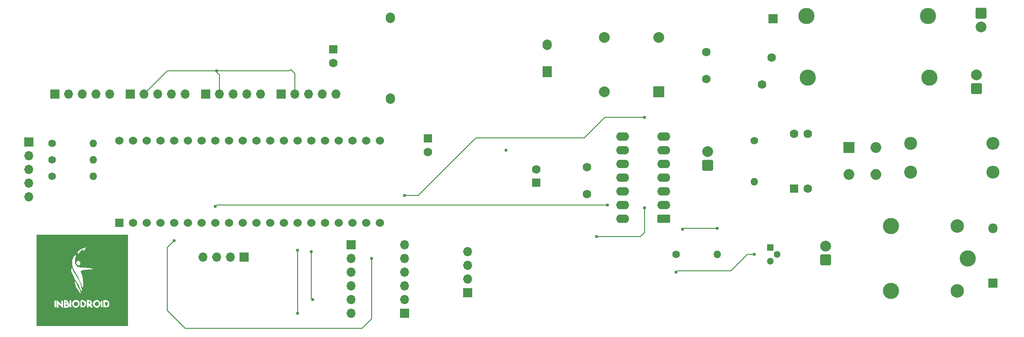
<source format=gbr>
%TF.GenerationSoftware,KiCad,Pcbnew,9.0.0*%
%TF.CreationDate,2025-05-27T07:25:13-06:00*%
%TF.ProjectId,horno_reflujo,686f726e-6f5f-4726-9566-6c756a6f2e6b,rev?*%
%TF.SameCoordinates,Original*%
%TF.FileFunction,Copper,L2,Bot*%
%TF.FilePolarity,Positive*%
%FSLAX46Y46*%
G04 Gerber Fmt 4.6, Leading zero omitted, Abs format (unit mm)*
G04 Created by KiCad (PCBNEW 9.0.0) date 2025-05-27 07:25:13*
%MOMM*%
%LPD*%
G01*
G04 APERTURE LIST*
G04 Aperture macros list*
%AMRoundRect*
0 Rectangle with rounded corners*
0 $1 Rounding radius*
0 $2 $3 $4 $5 $6 $7 $8 $9 X,Y pos of 4 corners*
0 Add a 4 corners polygon primitive as box body*
4,1,4,$2,$3,$4,$5,$6,$7,$8,$9,$2,$3,0*
0 Add four circle primitives for the rounded corners*
1,1,$1+$1,$2,$3*
1,1,$1+$1,$4,$5*
1,1,$1+$1,$6,$7*
1,1,$1+$1,$8,$9*
0 Add four rect primitives between the rounded corners*
20,1,$1+$1,$2,$3,$4,$5,0*
20,1,$1+$1,$4,$5,$6,$7,0*
20,1,$1+$1,$6,$7,$8,$9,0*
20,1,$1+$1,$8,$9,$2,$3,0*%
G04 Aperture macros list end*
%TA.AperFunction,EtchedComponent*%
%ADD10C,0.000000*%
%TD*%
%TA.AperFunction,ComponentPad*%
%ADD11C,3.000000*%
%TD*%
%TA.AperFunction,ComponentPad*%
%ADD12R,1.700000X1.700000*%
%TD*%
%TA.AperFunction,ComponentPad*%
%ADD13O,1.700000X1.700000*%
%TD*%
%TA.AperFunction,ComponentPad*%
%ADD14RoundRect,0.250000X-0.750000X0.750000X-0.750000X-0.750000X0.750000X-0.750000X0.750000X0.750000X0*%
%TD*%
%TA.AperFunction,ComponentPad*%
%ADD15C,2.000000*%
%TD*%
%TA.AperFunction,ComponentPad*%
%ADD16C,2.500000*%
%TD*%
%TA.AperFunction,ComponentPad*%
%ADD17C,1.600000*%
%TD*%
%TA.AperFunction,ComponentPad*%
%ADD18R,1.300000X1.300000*%
%TD*%
%TA.AperFunction,ComponentPad*%
%ADD19C,1.300000*%
%TD*%
%TA.AperFunction,ComponentPad*%
%ADD20R,1.800000X1.800000*%
%TD*%
%TA.AperFunction,ComponentPad*%
%ADD21O,1.800000X1.800000*%
%TD*%
%TA.AperFunction,ComponentPad*%
%ADD22RoundRect,0.250000X0.750000X-0.750000X0.750000X0.750000X-0.750000X0.750000X-0.750000X-0.750000X0*%
%TD*%
%TA.AperFunction,ComponentPad*%
%ADD23R,1.600000X1.600000*%
%TD*%
%TA.AperFunction,ComponentPad*%
%ADD24RoundRect,0.250000X0.950000X0.550000X-0.950000X0.550000X-0.950000X-0.550000X0.950000X-0.550000X0*%
%TD*%
%TA.AperFunction,ComponentPad*%
%ADD25O,2.400000X1.600000*%
%TD*%
%TA.AperFunction,ComponentPad*%
%ADD26C,1.400000*%
%TD*%
%TA.AperFunction,ComponentPad*%
%ADD27O,1.400000X1.400000*%
%TD*%
%TA.AperFunction,ComponentPad*%
%ADD28C,2.400000*%
%TD*%
%TA.AperFunction,ComponentPad*%
%ADD29O,2.400000X2.400000*%
%TD*%
%TA.AperFunction,ComponentPad*%
%ADD30RoundRect,0.250000X0.550000X-0.550000X0.550000X0.550000X-0.550000X0.550000X-0.550000X-0.550000X0*%
%TD*%
%TA.AperFunction,ComponentPad*%
%ADD31R,2.000000X2.000000*%
%TD*%
%TA.AperFunction,ComponentPad*%
%ADD32O,2.000000X2.000000*%
%TD*%
%TA.AperFunction,ComponentPad*%
%ADD33R,1.700000X2.000000*%
%TD*%
%TA.AperFunction,ComponentPad*%
%ADD34O,1.700000X2.000000*%
%TD*%
%TA.AperFunction,ComponentPad*%
%ADD35R,1.524000X1.524000*%
%TD*%
%TA.AperFunction,ComponentPad*%
%ADD36C,1.524000*%
%TD*%
%TA.AperFunction,ViaPad*%
%ADD37C,0.600000*%
%TD*%
%TA.AperFunction,Conductor*%
%ADD38C,0.200000*%
%TD*%
G04 APERTURE END LIST*
D10*
%TA.AperFunction,EtchedComponent*%
%TO.C,G\u002A\u002A\u002A*%
G36*
X39448699Y-82891505D02*
G01*
X39536821Y-82962298D01*
X39482890Y-83086221D01*
X39454002Y-83111255D01*
X39336908Y-83132275D01*
X39285334Y-83015666D01*
X39300086Y-82956439D01*
X39412334Y-82888666D01*
X39448699Y-82891505D01*
G37*
%TD.AperFunction*%
%TA.AperFunction,EtchedComponent*%
G36*
X43758688Y-82890496D02*
G01*
X43883498Y-82970395D01*
X43922234Y-83111433D01*
X43848505Y-83234581D01*
X43728366Y-83296605D01*
X43630379Y-83272966D01*
X43603334Y-83100333D01*
X43628097Y-82961982D01*
X43732991Y-82888666D01*
X43758688Y-82890496D01*
G37*
%TD.AperFunction*%
%TA.AperFunction,EtchedComponent*%
G36*
X39572395Y-83425841D02*
G01*
X39676337Y-83515713D01*
X39670894Y-83643289D01*
X39634668Y-83683857D01*
X39493770Y-83733222D01*
X39350737Y-83704568D01*
X39285334Y-83605675D01*
X39301875Y-83536831D01*
X39418025Y-83425100D01*
X39418470Y-83424929D01*
X39572395Y-83425841D01*
G37*
%TD.AperFunction*%
%TA.AperFunction,EtchedComponent*%
G36*
X46971162Y-83020467D02*
G01*
X47106000Y-83153109D01*
X47146420Y-83356341D01*
X47019212Y-83580499D01*
X46886466Y-83702106D01*
X46754454Y-83731274D01*
X46676768Y-83601744D01*
X46651334Y-83311999D01*
X46659526Y-83060239D01*
X46701004Y-82922520D01*
X46797622Y-82915882D01*
X46971162Y-83020467D01*
G37*
%TD.AperFunction*%
%TA.AperFunction,EtchedComponent*%
G36*
X41484104Y-83013346D02*
G01*
X41602495Y-83151358D01*
X41642839Y-83359656D01*
X41515879Y-83580499D01*
X41433816Y-83653704D01*
X41214215Y-83729902D01*
X41007297Y-83676398D01*
X40860994Y-83514883D01*
X40823237Y-83267049D01*
X40878875Y-83095218D01*
X41044302Y-82940691D01*
X41263711Y-82906618D01*
X41484104Y-83013346D01*
G37*
%TD.AperFunction*%
%TA.AperFunction,EtchedComponent*%
G36*
X42452264Y-82910436D02*
G01*
X42624156Y-82971237D01*
X42689523Y-83003872D01*
X42822938Y-83170996D01*
X42831682Y-83389146D01*
X42708287Y-83602285D01*
X42580665Y-83708280D01*
X42441758Y-83734201D01*
X42360065Y-83602689D01*
X42333334Y-83311999D01*
X42335813Y-83159698D01*
X42349144Y-82964870D01*
X42370156Y-82888666D01*
X42452264Y-82910436D01*
G37*
%TD.AperFunction*%
%TA.AperFunction,EtchedComponent*%
G36*
X45364401Y-82990266D02*
G01*
X45383822Y-83012728D01*
X45455794Y-83211751D01*
X45449320Y-83450361D01*
X45364401Y-83633733D01*
X45355932Y-83641915D01*
X45151837Y-83732247D01*
X44925323Y-83689187D01*
X44738548Y-83523666D01*
X44663455Y-83396337D01*
X44648966Y-83266042D01*
X44738548Y-83100333D01*
X44745955Y-83089358D01*
X44936180Y-82929678D01*
X45163048Y-82893003D01*
X45364401Y-82990266D01*
G37*
%TD.AperFunction*%
%TA.AperFunction,EtchedComponent*%
G36*
X50884667Y-75677997D02*
G01*
X50884667Y-76923936D01*
X50884667Y-78993999D01*
X50884667Y-81237666D01*
X50884667Y-81660999D01*
X50884667Y-83311999D01*
X50884667Y-84116333D01*
X50884667Y-87460666D01*
X42418001Y-87460666D01*
X33951334Y-87460666D01*
X33951334Y-83311999D01*
X37253334Y-83311999D01*
X37253957Y-83490583D01*
X37262459Y-83759879D01*
X37287734Y-83910061D01*
X37338298Y-83975192D01*
X37422667Y-83989333D01*
X37467314Y-83986840D01*
X37534637Y-83952835D01*
X37572183Y-83851734D01*
X37588466Y-83649476D01*
X37592001Y-83311999D01*
X37591378Y-83133415D01*
X37582876Y-82864120D01*
X37557601Y-82713938D01*
X37507037Y-82648807D01*
X37422667Y-82634666D01*
X37378021Y-82637158D01*
X37310698Y-82671164D01*
X37273152Y-82772265D01*
X37256869Y-82974523D01*
X37253334Y-83311999D01*
X33951334Y-83311999D01*
X33951334Y-82514031D01*
X37676667Y-82514031D01*
X37676667Y-83294015D01*
X37676772Y-83311999D01*
X37678563Y-83619405D01*
X37689508Y-83866102D01*
X37716450Y-84002850D01*
X37766307Y-84061524D01*
X37846001Y-84073999D01*
X37870644Y-84073353D01*
X37963043Y-84038536D01*
X38005265Y-83919913D01*
X38015334Y-83675015D01*
X38015334Y-83276031D01*
X38442149Y-83696182D01*
X38868964Y-84116333D01*
X38844316Y-83354333D01*
X38843897Y-83341503D01*
X38826134Y-82971640D01*
X38798732Y-82742202D01*
X38759580Y-82634666D01*
X39031334Y-82634666D01*
X39031334Y-83354333D01*
X39031334Y-84073999D01*
X39306501Y-84068269D01*
X39619122Y-84023249D01*
X39866688Y-83908647D01*
X39991114Y-83745375D01*
X40020422Y-83691098D01*
X40037513Y-83798833D01*
X40074317Y-83928807D01*
X40216667Y-83989333D01*
X40261314Y-83986840D01*
X40328637Y-83952835D01*
X40366183Y-83851734D01*
X40382466Y-83649476D01*
X40386001Y-83311999D01*
X40385615Y-83201298D01*
X40488697Y-83201298D01*
X40494760Y-83311999D01*
X40504583Y-83491335D01*
X40661167Y-83773035D01*
X40874282Y-83946119D01*
X41177157Y-84036384D01*
X41478649Y-83991565D01*
X41736386Y-83819927D01*
X41907996Y-83529740D01*
X41928576Y-83455810D01*
X41927467Y-83122455D01*
X41901957Y-83073284D01*
X42050144Y-83073284D01*
X42065392Y-83448641D01*
X42065768Y-83455810D01*
X42093783Y-83989333D01*
X42409043Y-83989333D01*
X42667783Y-83961586D01*
X42921738Y-83825609D01*
X43083008Y-83561714D01*
X43108683Y-83482520D01*
X43116432Y-83360541D01*
X43264667Y-83360541D01*
X43265359Y-83548950D01*
X43273617Y-83830648D01*
X43296486Y-83988804D01*
X43340497Y-84054297D01*
X43412182Y-84058007D01*
X43528683Y-83971348D01*
X43613831Y-83776632D01*
X43618085Y-83757191D01*
X43657509Y-83618646D01*
X43680676Y-83608333D01*
X43704203Y-83676075D01*
X43796852Y-83828845D01*
X43798184Y-83830577D01*
X43918984Y-83933887D01*
X44079792Y-84019035D01*
X44220417Y-84060601D01*
X44280667Y-84033167D01*
X44280534Y-84030504D01*
X44241500Y-83919740D01*
X44153978Y-83735933D01*
X44084001Y-83548883D01*
X44111645Y-83438807D01*
X44118406Y-83433704D01*
X44171714Y-83311999D01*
X44365334Y-83311999D01*
X44370866Y-83435767D01*
X44441132Y-83656997D01*
X44625830Y-83854806D01*
X44708874Y-83919641D01*
X44953763Y-84033167D01*
X45001767Y-84055421D01*
X45279828Y-84024521D01*
X45557180Y-83826512D01*
X45702925Y-83646006D01*
X45811673Y-83339485D01*
X45806813Y-83311999D01*
X45889334Y-83311999D01*
X45889704Y-83339485D01*
X45893377Y-83612007D01*
X45912065Y-83841677D01*
X45951172Y-83957430D01*
X46016334Y-83989333D01*
X46312667Y-83989333D01*
X46693667Y-83989333D01*
X46888542Y-83976539D01*
X47184829Y-83870328D01*
X47357392Y-83651043D01*
X47413334Y-83311999D01*
X47399741Y-83128588D01*
X47286892Y-82849730D01*
X47053902Y-82687318D01*
X46693667Y-82634666D01*
X46312667Y-82634666D01*
X46312667Y-83311999D01*
X46312667Y-83989333D01*
X46016334Y-83989333D01*
X46072586Y-83967770D01*
X46115649Y-83868101D01*
X46137352Y-83659533D01*
X46143334Y-83311999D01*
X46139291Y-83011991D01*
X46120603Y-82782321D01*
X46081497Y-82666569D01*
X46016334Y-82634666D01*
X45960083Y-82656228D01*
X45917020Y-82755897D01*
X45895316Y-82964465D01*
X45889334Y-83311999D01*
X45806813Y-83311999D01*
X45758662Y-83039696D01*
X45544171Y-82769192D01*
X45487258Y-82723542D01*
X45198170Y-82574698D01*
X44919801Y-82589914D01*
X44625830Y-82769192D01*
X44529949Y-82856743D01*
X44399461Y-83053833D01*
X44365334Y-83311999D01*
X44171714Y-83311999D01*
X44173428Y-83308087D01*
X44196001Y-83098315D01*
X44191026Y-83006175D01*
X44106959Y-82790788D01*
X43904910Y-82671448D01*
X43566567Y-82634666D01*
X43264667Y-82634666D01*
X43264667Y-83149316D01*
X43264667Y-83360541D01*
X43116432Y-83360541D01*
X43129850Y-83149316D01*
X43007429Y-82880169D01*
X42759806Y-82700234D01*
X42405370Y-82634666D01*
X42379284Y-82634743D01*
X42212352Y-82647498D01*
X42110560Y-82703988D01*
X42060845Y-82835491D01*
X42050144Y-83073284D01*
X41901957Y-83073284D01*
X41779773Y-82837776D01*
X41503677Y-82641711D01*
X41356588Y-82596337D01*
X41047455Y-82600442D01*
X40783910Y-82723922D01*
X40589732Y-82934851D01*
X40488697Y-83201298D01*
X40385615Y-83201298D01*
X40385378Y-83133415D01*
X40376876Y-82864120D01*
X40351601Y-82713938D01*
X40301037Y-82648807D01*
X40216667Y-82634666D01*
X40149124Y-82641656D01*
X40083371Y-82698177D01*
X40053850Y-82844989D01*
X40046813Y-83121499D01*
X40046757Y-83166848D01*
X40043752Y-83415611D01*
X40028649Y-83518120D01*
X39990864Y-83494736D01*
X39919813Y-83365821D01*
X39831191Y-83154760D01*
X39793334Y-82980588D01*
X39761786Y-82835077D01*
X39599170Y-82686454D01*
X39310734Y-82634666D01*
X39031334Y-82634666D01*
X38759580Y-82634666D01*
X38756105Y-82625122D01*
X38692667Y-82592333D01*
X38655847Y-82599634D01*
X38578859Y-82708845D01*
X38539018Y-82964749D01*
X38512368Y-83337166D01*
X38094518Y-82925599D01*
X37676667Y-82514031D01*
X33951334Y-82514031D01*
X33951334Y-78993999D01*
X33951334Y-78951666D01*
X40895311Y-78951666D01*
X40949082Y-79247999D01*
X40951818Y-79262841D01*
X41100301Y-79804065D01*
X41329048Y-80338441D01*
X41603543Y-80784914D01*
X41702401Y-80918242D01*
X41890328Y-81188054D01*
X42028575Y-81406999D01*
X42173390Y-81660999D01*
X42125811Y-81364666D01*
X42124894Y-81359235D01*
X42061599Y-81151155D01*
X41935381Y-80838887D01*
X41766260Y-80463820D01*
X41574252Y-80067343D01*
X41379378Y-79690843D01*
X41201654Y-79375710D01*
X41061099Y-79163333D01*
X40895311Y-78951666D01*
X33951334Y-78951666D01*
X33951334Y-76930188D01*
X40386828Y-76930188D01*
X40387870Y-77019821D01*
X40410483Y-77290237D01*
X40471245Y-77561845D01*
X40581542Y-77862432D01*
X40752759Y-78219782D01*
X40996283Y-78661681D01*
X41323501Y-79215915D01*
X41432909Y-79399762D01*
X41680825Y-79830906D01*
X41901112Y-80233094D01*
X42073142Y-80568066D01*
X42176284Y-80797560D01*
X42342186Y-81237666D01*
X42300067Y-80681744D01*
X42252012Y-80297680D01*
X42143235Y-79859763D01*
X41964531Y-79396244D01*
X41702393Y-78872872D01*
X41343316Y-78255396D01*
X41125155Y-77890802D01*
X40899932Y-77500958D01*
X40711913Y-77161759D01*
X40587392Y-76919666D01*
X40387655Y-76496333D01*
X40386828Y-76930188D01*
X33951334Y-76930188D01*
X33951334Y-75734333D01*
X40516263Y-75734333D01*
X40516921Y-75786024D01*
X40540749Y-76098565D01*
X40606834Y-76408251D01*
X40726697Y-76743004D01*
X40911862Y-77130745D01*
X41173848Y-77599394D01*
X41524178Y-78176872D01*
X41742778Y-78557606D01*
X42017903Y-79126119D01*
X42220993Y-79658539D01*
X42270959Y-79813756D01*
X42377531Y-80125783D01*
X42465588Y-80358862D01*
X42519850Y-80471433D01*
X42529656Y-80479348D01*
X42562863Y-80420788D01*
X42580520Y-80234911D01*
X42583548Y-79955285D01*
X42572866Y-79615480D01*
X42549394Y-79249063D01*
X42514053Y-78889602D01*
X42467762Y-78570666D01*
X42467232Y-78567710D01*
X42391041Y-78203446D01*
X42300683Y-77857778D01*
X42215604Y-77605166D01*
X42181203Y-77520183D01*
X42116474Y-77334877D01*
X42102930Y-77248848D01*
X42194121Y-77200665D01*
X42429018Y-77132677D01*
X42753507Y-77066234D01*
X43122636Y-77009087D01*
X43491452Y-76968985D01*
X43815001Y-76953679D01*
X44120017Y-76952462D01*
X44320771Y-76944922D01*
X44393021Y-76923936D01*
X44358348Y-76882329D01*
X44238334Y-76812926D01*
X44134416Y-76768220D01*
X43867047Y-76705127D01*
X43470968Y-76657375D01*
X42926001Y-76622029D01*
X42663145Y-76607728D01*
X42181042Y-76566061D01*
X41824622Y-76503777D01*
X41563793Y-76411768D01*
X41368460Y-76280923D01*
X41208532Y-76102132D01*
X41130703Y-75958336D01*
X41079005Y-75741071D01*
X41317442Y-75741071D01*
X41357831Y-75962926D01*
X41481101Y-76112354D01*
X41661155Y-76186767D01*
X41815437Y-76157726D01*
X41962392Y-75984864D01*
X42006458Y-75902397D01*
X42037550Y-75677997D01*
X41960303Y-75487858D01*
X41808759Y-75365172D01*
X41616956Y-75343133D01*
X41418934Y-75454933D01*
X41367424Y-75525986D01*
X41317442Y-75741071D01*
X41079005Y-75741071D01*
X41049408Y-75616689D01*
X41038621Y-75210885D01*
X41097741Y-74797908D01*
X41226165Y-74434746D01*
X41410162Y-74074082D01*
X41190945Y-74217718D01*
X41106014Y-74286777D01*
X40917794Y-74496519D01*
X40742364Y-74751510D01*
X40674525Y-74872678D01*
X40573871Y-75112938D01*
X40526693Y-75375918D01*
X40516263Y-75734333D01*
X33951334Y-75734333D01*
X33951334Y-73866669D01*
X41571334Y-73866669D01*
X41576178Y-73963148D01*
X41624126Y-74099168D01*
X41703141Y-74075573D01*
X41788055Y-73889690D01*
X41901047Y-73684666D01*
X42110379Y-73468065D01*
X42353899Y-73302588D01*
X42573362Y-73236666D01*
X42613891Y-73246734D01*
X42598630Y-73328250D01*
X42455008Y-73501639D01*
X42329757Y-73642388D01*
X42298997Y-73705221D01*
X42382970Y-73675414D01*
X42500931Y-73597228D01*
X42684580Y-73435231D01*
X42868583Y-73241203D01*
X43021539Y-73051640D01*
X43112048Y-72903041D01*
X43108708Y-72831901D01*
X42976331Y-72848480D01*
X42744282Y-72931048D01*
X42459396Y-73057781D01*
X42167805Y-73206613D01*
X41915639Y-73355477D01*
X41749028Y-73482305D01*
X41629955Y-73654977D01*
X41571334Y-73866669D01*
X33951334Y-73866669D01*
X33951334Y-70527333D01*
X42418001Y-70527333D01*
X50884667Y-70527333D01*
X50884667Y-72903041D01*
X50884667Y-75677997D01*
G37*
%TD.AperFunction*%
%TD*%
D11*
%TO.P,F2,1*%
%TO.N,LINE*%
X199030000Y-29972000D03*
%TO.P,F2,2*%
%TO.N,Net-(J8-Pin_1)*%
X176530000Y-29972000D03*
%TD*%
D12*
%TO.P,J15,1,Pin_1*%
%TO.N,GND*%
X37343000Y-44450000D03*
D13*
%TO.P,J15,2,Pin_2*%
%TO.N,+3.3V*%
X39883000Y-44450000D03*
%TO.P,J15,3,Pin_3*%
%TO.N,SPI1_SCK*%
X42423000Y-44450000D03*
%TO.P,J15,4,Pin_4*%
%TO.N,CS_3*%
X44963000Y-44450000D03*
%TO.P,J15,5,Pin_5*%
%TO.N,SPI1_MISO*%
X47503000Y-44450000D03*
%TD*%
D14*
%TO.P,J11,1,Pin_1*%
%TO.N,NEUT*%
X208816500Y-29459000D03*
D15*
%TO.P,J11,2,Pin_2*%
%TO.N,unconnected-(J11-Pin_2-Pad2)*%
X208816500Y-31999000D03*
%TD*%
D12*
%TO.P,J12,1,Pin_1*%
%TO.N,ENCODER_BTN*%
X32526000Y-53342000D03*
D13*
%TO.P,J12,2,Pin_2*%
%TO.N,ENCODER_B*%
X32526000Y-55882000D03*
%TO.P,J12,3,Pin_3*%
%TO.N,ENCODER_A*%
X32526000Y-58422000D03*
%TO.P,J12,4,Pin_4*%
%TO.N,GND*%
X32526000Y-60962000D03*
%TO.P,J12,5,Pin_5*%
X32526000Y-63502000D03*
%TD*%
D12*
%TO.P,J8,1,Pin_1*%
%TO.N,Net-(J8-Pin_1)*%
X170297500Y-30437500D03*
%TD*%
D11*
%TO.P,K1,1*%
%TO.N,NEUT*%
X206366000Y-74930000D03*
D16*
%TO.P,K1,2*%
%TO.N,Net-(D3-A)*%
X204416000Y-68880000D03*
D11*
%TO.P,K1,3*%
%TO.N,Bobina_ventilador*%
X192216000Y-68880000D03*
%TO.P,K1,4*%
%TO.N,unconnected-(K1-Pad4)*%
X192166000Y-80930000D03*
D16*
%TO.P,K1,5*%
%TO.N,+5V*%
X204416000Y-80880000D03*
%TD*%
D17*
%TO.P,RV1,1*%
%TO.N,Net-(C2-Pad1)*%
X168264000Y-42632000D03*
%TO.P,RV1,2*%
%TO.N,NEUT*%
X170064000Y-37632000D03*
%TD*%
D11*
%TO.P,F1,1*%
%TO.N,LINE*%
X199284000Y-41402000D03*
%TO.P,F1,2*%
%TO.N,Net-(C2-Pad1)*%
X176784000Y-41402000D03*
%TD*%
D12*
%TO.P,J2,1,Pin_1*%
%TO.N,Net-(J2-Pin_1)*%
X102108000Y-85090000D03*
D13*
%TO.P,J2,2,Pin_2*%
%TO.N,Net-(J2-Pin_2)*%
X102108000Y-82550000D03*
%TO.P,J2,3,Pin_3*%
%TO.N,+5V*%
X102108000Y-80010000D03*
%TO.P,J2,4,Pin_4*%
%TO.N,GND*%
X102108000Y-77470000D03*
%TO.P,J2,5,Pin_5*%
%TO.N,zero*%
X102108000Y-74930000D03*
%TO.P,J2,6,Pin_6*%
%TO.N,unconnected-(J2-Pin_6-Pad6)*%
X102108000Y-72390000D03*
%TD*%
D18*
%TO.P,Q1,1,E*%
%TO.N,GND*%
X169820000Y-72898000D03*
D19*
%TO.P,Q1,2,B*%
%TO.N,Net-(Q1-B)*%
X171090000Y-74168000D03*
%TO.P,Q1,3,C*%
%TO.N,Net-(D3-A)*%
X169820000Y-75438000D03*
%TD*%
D20*
%TO.P,D3,1,K*%
%TO.N,+5V*%
X211074000Y-79502000D03*
D21*
%TO.P,D3,2,A*%
%TO.N,Net-(D3-A)*%
X211074000Y-69342000D03*
%TD*%
D22*
%TO.P,J7,1,Pin_1*%
%TO.N,Bobina_ventilador*%
X180057500Y-75189000D03*
D15*
%TO.P,J7,2,Pin_2*%
%TO.N,LINE*%
X180057500Y-72649000D03*
%TD*%
D23*
%TO.P,C1,1*%
%TO.N,+5V*%
X88900000Y-36132888D03*
D17*
%TO.P,C1,2*%
%TO.N,GND*%
X88900000Y-38632888D03*
%TD*%
D12*
%TO.P,J14,1,Pin_1*%
%TO.N,GND*%
X51313000Y-44450000D03*
D13*
%TO.P,J14,2,Pin_2*%
%TO.N,+3.3V*%
X53853000Y-44450000D03*
%TO.P,J14,3,Pin_3*%
%TO.N,SPI1_SCK*%
X56393000Y-44450000D03*
%TO.P,J14,4,Pin_4*%
%TO.N,CS_2*%
X58933000Y-44450000D03*
%TO.P,J14,5,Pin_5*%
%TO.N,SPI1_MISO*%
X61473000Y-44450000D03*
%TD*%
D24*
%TO.P,U3,1*%
%TO.N,Net-(OC1-Pad4)*%
X150114000Y-67559000D03*
D25*
%TO.P,U3,2*%
%TO.N,zero*%
X150114000Y-65019000D03*
%TO.P,U3,3*%
%TO.N,/fire*%
X150114000Y-62479000D03*
%TO.P,U3,4*%
%TO.N,Net-(J10-Pin_1)*%
X150114000Y-59939000D03*
%TO.P,U3,5*%
%TO.N,N/C*%
X150114000Y-57399000D03*
%TO.P,U3,6*%
X150114000Y-54859000D03*
%TO.P,U3,7,GND*%
%TO.N,GND*%
X150114000Y-52319000D03*
%TO.P,U3,8*%
%TO.N,N/C*%
X142494000Y-52319000D03*
%TO.P,U3,9*%
X142494000Y-54859000D03*
%TO.P,U3,10*%
X142494000Y-57399000D03*
%TO.P,U3,11*%
X142494000Y-59939000D03*
%TO.P,U3,12*%
%TO.N,Net-(R10-Pad2)*%
X142494000Y-62479000D03*
%TO.P,U3,13*%
%TO.N,/fan*%
X142494000Y-65019000D03*
%TO.P,U3,14,VCC*%
%TO.N,+5V*%
X142494000Y-67559000D03*
%TD*%
D12*
%TO.P,J3,1,Pin_1*%
%TO.N,+5V*%
X113792000Y-81270000D03*
D13*
%TO.P,J3,2,Pin_2*%
%TO.N,Net-(J2-Pin_1)*%
X113792000Y-78730000D03*
%TO.P,J3,3,Pin_3*%
%TO.N,Net-(J2-Pin_2)*%
X113792000Y-76190000D03*
%TO.P,J3,4,Pin_4*%
%TO.N,GND*%
X113792000Y-73650000D03*
%TD*%
D12*
%TO.P,J1,1,Pin_1*%
%TO.N,unconnected-(J1-Pin_1-Pad1)*%
X92202000Y-72390000D03*
D13*
%TO.P,J1,2,Pin_2*%
%TO.N,/zc*%
X92202000Y-74930000D03*
%TO.P,J1,3,Pin_3*%
%TO.N,GND*%
X92202000Y-77470000D03*
%TO.P,J1,4,Pin_4*%
%TO.N,+3.3V*%
X92202000Y-80010000D03*
%TO.P,J1,5,Pin_5*%
%TO.N,I2C1_SDA*%
X92202000Y-82550000D03*
%TO.P,J1,6,Pin_6*%
%TO.N,I2C1_SCL*%
X92202000Y-85090000D03*
%TD*%
D12*
%TO.P,J13,1,Pin_1*%
%TO.N,GND*%
X65283000Y-44450000D03*
D13*
%TO.P,J13,2,Pin_2*%
%TO.N,+3.3V*%
X67823000Y-44450000D03*
%TO.P,J13,3,Pin_3*%
%TO.N,SPI1_SCK*%
X70363000Y-44450000D03*
%TO.P,J13,4,Pin_4*%
%TO.N,CS_1*%
X72903000Y-44450000D03*
%TO.P,J13,5,Pin_5*%
%TO.N,SPI1_MISO*%
X75443000Y-44450000D03*
%TD*%
D26*
%TO.P,R9,1*%
%TO.N,ENCODER_B*%
X36830000Y-56642000D03*
D27*
%TO.P,R9,2*%
%TO.N,+5V*%
X44450000Y-56642000D03*
%TD*%
D22*
%TO.P,J10,1,Pin_1*%
%TO.N,Net-(J10-Pin_1)*%
X158213500Y-57663000D03*
D15*
%TO.P,J10,2,Pin_2*%
%TO.N,GND*%
X158213500Y-55123000D03*
%TD*%
D17*
%TO.P,C5,1*%
%TO.N,+5V*%
X135890000Y-62952000D03*
%TO.P,C5,2*%
%TO.N,GND*%
X135890000Y-57952000D03*
%TD*%
D23*
%TO.P,C9,1*%
%TO.N,+3.3V*%
X126492000Y-60895113D03*
D17*
%TO.P,C9,2*%
%TO.N,GND*%
X126492000Y-58395113D03*
%TD*%
D23*
%TO.P,C8,1*%
%TO.N,+5V*%
X106426000Y-52642888D03*
D17*
%TO.P,C8,2*%
%TO.N,GND*%
X106426000Y-55142888D03*
%TD*%
D28*
%TO.P,R5,1*%
%TO.N,Net-(D1-2)*%
X195834000Y-53594000D03*
D29*
%TO.P,R5,2*%
%TO.N,LINE*%
X211074000Y-53594000D03*
%TD*%
D26*
%TO.P,R11,1*%
%TO.N,ENCODER_BTN*%
X36830000Y-53594000D03*
D27*
%TO.P,R11,2*%
%TO.N,+5V*%
X44450000Y-53594000D03*
%TD*%
D17*
%TO.P,C2,1*%
%TO.N,Net-(C2-Pad1)*%
X157988000Y-41616000D03*
%TO.P,C2,2*%
%TO.N,NEUT*%
X157988000Y-36616000D03*
%TD*%
D12*
%TO.P,J5,1,Pin_1*%
%TO.N,+3.3V*%
X72380000Y-74676000D03*
D13*
%TO.P,J5,2,Pin_2*%
%TO.N,/Rx_mcu_esp01*%
X69840000Y-74676000D03*
%TO.P,J5,3,Pin_3*%
%TO.N,/Tx_mcu_esp01*%
X67300000Y-74676000D03*
%TO.P,J5,4,Pin_4*%
%TO.N,GND*%
X64760000Y-74676000D03*
%TD*%
D26*
%TO.P,R10,1*%
%TO.N,Net-(Q1-B)*%
X152400000Y-74168000D03*
D27*
%TO.P,R10,2*%
%TO.N,Net-(R10-Pad2)*%
X160020000Y-74168000D03*
%TD*%
D28*
%TO.P,R6,1*%
%TO.N,Net-(D1-1)*%
X195834000Y-58928000D03*
D29*
%TO.P,R6,2*%
%TO.N,NEUT*%
X211074000Y-58928000D03*
%TD*%
D30*
%TO.P,OC1,1*%
%TO.N,Net-(D1-+)*%
X174239000Y-61976000D03*
D17*
%TO.P,OC1,2*%
%TO.N,Net-(D1--)*%
X176779000Y-61976000D03*
%TO.P,OC1,3*%
%TO.N,GND*%
X176779000Y-51816000D03*
%TO.P,OC1,4*%
%TO.N,Net-(OC1-Pad4)*%
X174239000Y-51816000D03*
%TD*%
D31*
%TO.P,D1,1,+*%
%TO.N,Net-(D1-+)*%
X184404000Y-54356000D03*
D32*
%TO.P,D1,2,1*%
%TO.N,Net-(D1-1)*%
X184404000Y-59356000D03*
%TO.P,D1,3,-*%
%TO.N,Net-(D1--)*%
X189404000Y-59356000D03*
%TO.P,D1,4,2*%
%TO.N,Net-(D1-2)*%
X189404000Y-54356000D03*
%TD*%
D33*
%TO.P,PS1,1,AC/L*%
%TO.N,Net-(PS1-AC{slash}L)*%
X128548500Y-40308500D03*
D34*
%TO.P,PS1,2,AC/N*%
%TO.N,Net-(PS1-AC{slash}N)*%
X128548500Y-35308500D03*
%TO.P,PS1,3,-Vout*%
%TO.N,GND*%
X99468500Y-45308500D03*
%TO.P,PS1,4,+Vout*%
%TO.N,+5V*%
X99468500Y-30308500D03*
%TD*%
D35*
%TO.P,dev_board1,1,B12*%
%TO.N,unconnected-(dev_board1-B12-Pad1)*%
X49276000Y-68326000D03*
D36*
%TO.P,dev_board1,2,B13*%
%TO.N,unconnected-(dev_board1-B13-Pad2)*%
X51816000Y-68326000D03*
%TO.P,dev_board1,3,B14*%
%TO.N,unconnected-(dev_board1-B14-Pad3)*%
X54356000Y-68326000D03*
%TO.P,dev_board1,4,B15*%
%TO.N,unconnected-(dev_board1-B15-Pad4)*%
X56896000Y-68326000D03*
%TO.P,dev_board1,5,A8*%
%TO.N,/zc*%
X59436000Y-68326000D03*
%TO.P,dev_board1,6,A9*%
%TO.N,/fire*%
X61976000Y-68326000D03*
%TO.P,dev_board1,7,A10*%
%TO.N,/Tx_mcu_esp01*%
X64516000Y-68326000D03*
%TO.P,dev_board1,8,A11*%
%TO.N,/fan*%
X67056000Y-68326000D03*
%TO.P,dev_board1,9,A12*%
%TO.N,unconnected-(dev_board1-A12-Pad9)*%
X69596000Y-68326000D03*
%TO.P,dev_board1,10,A15*%
%TO.N,/Rx_mcu_esp01*%
X72136000Y-68326000D03*
%TO.P,dev_board1,11,B3*%
%TO.N,unconnected-(dev_board1-B3-Pad11)*%
X74676000Y-68326000D03*
%TO.P,dev_board1,12,B4*%
%TO.N,unconnected-(dev_board1-B4-Pad12)*%
X77216000Y-68326000D03*
%TO.P,dev_board1,13,B5*%
%TO.N,unconnected-(dev_board1-B5-Pad13)*%
X79756000Y-68326000D03*
%TO.P,dev_board1,14,B6*%
%TO.N,I2C1_SCL*%
X82296000Y-68326000D03*
%TO.P,dev_board1,15,B7*%
%TO.N,I2C1_SDA*%
X84836000Y-68326000D03*
%TO.P,dev_board1,16,B8*%
%TO.N,unconnected-(dev_board1-B8-Pad16)*%
X87376000Y-68326000D03*
%TO.P,dev_board1,17,B9*%
%TO.N,unconnected-(dev_board1-B9-Pad17)*%
X89916000Y-68326000D03*
%TO.P,dev_board1,18,5V*%
%TO.N,unconnected-(dev_board1-5V-Pad18)*%
X92456000Y-68326000D03*
%TO.P,dev_board1,19,G*%
%TO.N,GND*%
X94996000Y-68326000D03*
%TO.P,dev_board1,20,3.3*%
%TO.N,unconnected-(dev_board1-3.3-Pad20)*%
X97536000Y-68326000D03*
%TO.P,dev_board1,21,VB*%
%TO.N,unconnected-(dev_board1-VB-Pad21)*%
X97536000Y-53086000D03*
%TO.P,dev_board1,22,C13*%
%TO.N,built_in_led*%
X94996000Y-53086000D03*
%TO.P,dev_board1,23,C14*%
%TO.N,unconnected-(dev_board1-C14-Pad23)*%
X92456000Y-53086000D03*
%TO.P,dev_board1,24,C15*%
%TO.N,unconnected-(dev_board1-C15-Pad24)*%
X89916000Y-53086000D03*
%TO.P,dev_board1,25,R*%
%TO.N,unconnected-(dev_board1-R-Pad25)*%
X87376000Y-53086000D03*
%TO.P,dev_board1,26,A0*%
%TO.N,ENCODER_A*%
X84836000Y-53086000D03*
%TO.P,dev_board1,27,A1*%
%TO.N,ENCODER_B*%
X82296000Y-53086000D03*
%TO.P,dev_board1,28,A2*%
%TO.N,ENCODER_BTN*%
X79756000Y-53086000D03*
%TO.P,dev_board1,29,A3*%
%TO.N,unconnected-(dev_board1-A3-Pad29)*%
X77216000Y-53086000D03*
%TO.P,dev_board1,30,A4*%
%TO.N,unconnected-(dev_board1-A4-Pad30)*%
X74676000Y-53086000D03*
%TO.P,dev_board1,31,A5*%
%TO.N,SPI1_SCK*%
X72136000Y-53086000D03*
%TO.P,dev_board1,32,A6*%
%TO.N,SPI1_MISO*%
X69596000Y-53086000D03*
%TO.P,dev_board1,33,A7*%
%TO.N,CS_0*%
X67056000Y-53086000D03*
%TO.P,dev_board1,34,B0*%
%TO.N,CS_1*%
X64516000Y-53086000D03*
%TO.P,dev_board1,35,B1*%
%TO.N,CS_2*%
X61976000Y-53086000D03*
%TO.P,dev_board1,36,B2*%
%TO.N,CS_3*%
X59436000Y-53086000D03*
%TO.P,dev_board1,37,B10*%
%TO.N,unconnected-(dev_board1-B10-Pad37)*%
X56896000Y-53086000D03*
%TO.P,dev_board1,38,3.3*%
%TO.N,unconnected-(dev_board1-3.3-Pad38)*%
X54356000Y-53086000D03*
%TO.P,dev_board1,39,G*%
%TO.N,GND*%
X51816000Y-53086000D03*
%TO.P,dev_board1,40,5V*%
%TO.N,+5V*%
X49276000Y-53086000D03*
%TD*%
D22*
%TO.P,J6,1,Pin_1*%
%TO.N,LINE*%
X208026000Y-43434000D03*
D15*
%TO.P,J6,2,Pin_2*%
%TO.N,NEUT*%
X208026000Y-40894000D03*
%TD*%
D31*
%TO.P,FL1,1,1*%
%TO.N,Net-(C2-Pad1)*%
X149129500Y-43973500D03*
D15*
%TO.P,FL1,2,2*%
%TO.N,Net-(PS1-AC{slash}L)*%
X139129500Y-43973500D03*
%TO.P,FL1,3,3*%
%TO.N,NEUT*%
X149129500Y-33973500D03*
%TO.P,FL1,4,4*%
%TO.N,Net-(PS1-AC{slash}N)*%
X139129500Y-33973500D03*
%TD*%
D26*
%TO.P,R7,1*%
%TO.N,Net-(OC1-Pad4)*%
X166878000Y-53086000D03*
D27*
%TO.P,R7,2*%
%TO.N,+5V*%
X166878000Y-60706000D03*
%TD*%
D26*
%TO.P,R8,1*%
%TO.N,ENCODER_A*%
X36830000Y-59690000D03*
D27*
%TO.P,R8,2*%
%TO.N,+5V*%
X44450000Y-59690000D03*
%TD*%
D12*
%TO.P,J4,1,Pin_1*%
%TO.N,GND*%
X79253000Y-44450000D03*
D13*
%TO.P,J4,2,Pin_2*%
%TO.N,+3.3V*%
X81793000Y-44450000D03*
%TO.P,J4,3,Pin_3*%
%TO.N,SPI1_SCK*%
X84333000Y-44450000D03*
%TO.P,J4,4,Pin_4*%
%TO.N,CS_0*%
X86873000Y-44450000D03*
%TO.P,J4,5,Pin_5*%
%TO.N,SPI1_MISO*%
X89413000Y-44450000D03*
%TD*%
D37*
%TO.N,GND*%
X120904000Y-54864000D03*
%TO.N,+3.3V*%
X67271997Y-40132000D03*
%TO.N,Net-(Q1-B)*%
X166878000Y-74168000D03*
X152400000Y-77470000D03*
%TO.N,I2C1_SCL*%
X82296000Y-73406000D03*
X82296000Y-85090000D03*
%TO.N,/fan*%
X67056000Y-65278000D03*
X139700000Y-65024000D03*
%TO.N,/fire*%
X102108000Y-63246000D03*
X146558000Y-48768000D03*
%TO.N,Net-(R10-Pad2)*%
X160020000Y-69342000D03*
X153543000Y-69469000D03*
%TO.N,I2C1_SDA*%
X84836000Y-73660000D03*
X85090000Y-82550000D03*
%TO.N,/zc*%
X59436000Y-71628000D03*
X96012000Y-74930000D03*
%TO.N,zero*%
X146558000Y-65532000D03*
X137668000Y-70866000D03*
%TD*%
D38*
%TO.N,+3.3V*%
X81026000Y-39878000D02*
X80772000Y-40132000D01*
X67823000Y-40899000D02*
X67823000Y-44450000D01*
X58171000Y-40132000D02*
X67271997Y-40132000D01*
X81793000Y-40645000D02*
X81026000Y-39878000D01*
X67271997Y-40347997D02*
X67823000Y-40899000D01*
X81793000Y-44450000D02*
X81793000Y-40645000D01*
X80772000Y-40132000D02*
X67271997Y-40132000D01*
X53853000Y-44450000D02*
X58171000Y-40132000D01*
X67271997Y-40132000D02*
X67271997Y-40347997D01*
%TO.N,Net-(Q1-B)*%
X152654000Y-77216000D02*
X152400000Y-77470000D01*
X165608000Y-74168000D02*
X162560000Y-77216000D01*
X162560000Y-77216000D02*
X152654000Y-77216000D01*
X166878000Y-74168000D02*
X165608000Y-74168000D01*
%TO.N,I2C1_SCL*%
X82296000Y-73406000D02*
X82296000Y-85090000D01*
%TO.N,/fan*%
X139700000Y-65024000D02*
X67310000Y-65024000D01*
X67310000Y-65024000D02*
X67056000Y-65278000D01*
%TO.N,/fire*%
X102108000Y-63246000D02*
X104648000Y-63246000D01*
X135382000Y-52578000D02*
X136652000Y-51308000D01*
X115316000Y-52578000D02*
X135382000Y-52578000D01*
X139192000Y-48768000D02*
X146558000Y-48768000D01*
X104648000Y-63246000D02*
X115316000Y-52578000D01*
X136652000Y-51308000D02*
X139192000Y-48768000D01*
%TO.N,Net-(R10-Pad2)*%
X153670000Y-69342000D02*
X160020000Y-69342000D01*
X153543000Y-69469000D02*
X153670000Y-69342000D01*
%TO.N,I2C1_SDA*%
X84836000Y-82296000D02*
X85090000Y-82550000D01*
X84836000Y-73660000D02*
X84836000Y-82296000D01*
%TO.N,/zc*%
X61468000Y-87884000D02*
X58166000Y-84582000D01*
X96012000Y-86106000D02*
X94234000Y-87884000D01*
X96012000Y-74930000D02*
X96012000Y-86106000D01*
X58166000Y-84582000D02*
X58166000Y-72898000D01*
X94234000Y-87884000D02*
X61468000Y-87884000D01*
X58166000Y-72898000D02*
X59436000Y-71628000D01*
%TO.N,zero*%
X146558000Y-70104000D02*
X146558000Y-65532000D01*
X145796000Y-70866000D02*
X146558000Y-70104000D01*
X137668000Y-70866000D02*
X145796000Y-70866000D01*
%TD*%
M02*

</source>
